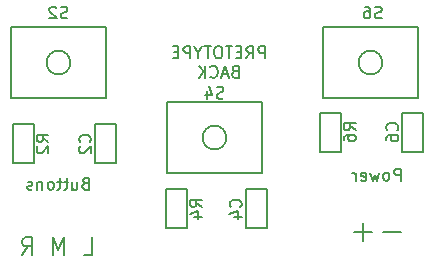
<source format=gbr>
G04 #@! TF.GenerationSoftware,KiCad,Pcbnew,(5.1.4)-1*
G04 #@! TF.CreationDate,2019-11-04T21:22:20-05:00*
G04 #@! TF.ProjectId,ButtonBoard,42757474-6f6e-4426-9f61-72642e6b6963,rev?*
G04 #@! TF.SameCoordinates,Original*
G04 #@! TF.FileFunction,Legend,Bot*
G04 #@! TF.FilePolarity,Positive*
%FSLAX46Y46*%
G04 Gerber Fmt 4.6, Leading zero omitted, Abs format (unit mm)*
G04 Created by KiCad (PCBNEW (5.1.4)-1) date 2019-11-04 21:22:20*
%MOMM*%
%LPD*%
G04 APERTURE LIST*
%ADD10C,0.150000*%
%ADD11C,0.127000*%
G04 APERTURE END LIST*
D10*
X17480952Y372619D02*
X17480952Y1372619D01*
X17100000Y1372619D01*
X17004761Y1325000D01*
X16957142Y1277380D01*
X16909523Y1182142D01*
X16909523Y1039285D01*
X16957142Y944047D01*
X17004761Y896428D01*
X17100000Y848809D01*
X17480952Y848809D01*
X15909523Y372619D02*
X16242857Y848809D01*
X16480952Y372619D02*
X16480952Y1372619D01*
X16099999Y1372619D01*
X16004761Y1325000D01*
X15957142Y1277380D01*
X15909523Y1182142D01*
X15909523Y1039285D01*
X15957142Y944047D01*
X16004761Y896428D01*
X16099999Y848809D01*
X16480952Y848809D01*
X15480952Y896428D02*
X15147619Y896428D01*
X15004761Y372619D02*
X15480952Y372619D01*
X15480952Y1372619D01*
X15004761Y1372619D01*
X14719047Y1372619D02*
X14147619Y1372619D01*
X14433333Y372619D02*
X14433333Y1372619D01*
X13623809Y1372619D02*
X13433333Y1372619D01*
X13338095Y1325000D01*
X13242857Y1229761D01*
X13195238Y1039285D01*
X13195238Y705952D01*
X13242857Y515476D01*
X13338095Y420238D01*
X13433333Y372619D01*
X13623809Y372619D01*
X13719047Y420238D01*
X13814285Y515476D01*
X13861904Y705952D01*
X13861904Y1039285D01*
X13814285Y1229761D01*
X13719047Y1325000D01*
X13623809Y1372619D01*
X12909523Y1372619D02*
X12338095Y1372619D01*
X12623809Y372619D02*
X12623809Y1372619D01*
X11814285Y848809D02*
X11814285Y372619D01*
X12147619Y1372619D02*
X11814285Y848809D01*
X11480952Y1372619D01*
X11147619Y372619D02*
X11147619Y1372619D01*
X10766666Y1372619D01*
X10671428Y1325000D01*
X10623809Y1277380D01*
X10576190Y1182142D01*
X10576190Y1039285D01*
X10623809Y944047D01*
X10671428Y896428D01*
X10766666Y848809D01*
X11147619Y848809D01*
X10147619Y896428D02*
X9814285Y896428D01*
X9671428Y372619D02*
X10147619Y372619D01*
X10147619Y1372619D01*
X9671428Y1372619D01*
X14957142Y-753571D02*
X14814285Y-801190D01*
X14766666Y-848809D01*
X14719047Y-944047D01*
X14719047Y-1086904D01*
X14766666Y-1182142D01*
X14814285Y-1229761D01*
X14909523Y-1277380D01*
X15290476Y-1277380D01*
X15290476Y-277380D01*
X14957142Y-277380D01*
X14861904Y-325000D01*
X14814285Y-372619D01*
X14766666Y-467857D01*
X14766666Y-563095D01*
X14814285Y-658333D01*
X14861904Y-705952D01*
X14957142Y-753571D01*
X15290476Y-753571D01*
X14338095Y-991666D02*
X13861904Y-991666D01*
X14433333Y-1277380D02*
X14100000Y-277380D01*
X13766666Y-1277380D01*
X12861904Y-1182142D02*
X12909523Y-1229761D01*
X13052380Y-1277380D01*
X13147619Y-1277380D01*
X13290476Y-1229761D01*
X13385714Y-1134523D01*
X13433333Y-1039285D01*
X13480952Y-848809D01*
X13480952Y-705952D01*
X13433333Y-515476D01*
X13385714Y-420238D01*
X13290476Y-325000D01*
X13147619Y-277380D01*
X13052380Y-277380D01*
X12909523Y-325000D01*
X12861904Y-372619D01*
X12433333Y-1277380D02*
X12433333Y-277380D01*
X11861904Y-1277380D02*
X12290476Y-705952D01*
X11861904Y-277380D02*
X12433333Y-848809D01*
X-3064285Y-16278571D02*
X-2564285Y-15564285D01*
X-2207142Y-16278571D02*
X-2207142Y-14778571D01*
X-2778571Y-14778571D01*
X-2921428Y-14850000D01*
X-2992857Y-14921428D01*
X-3064285Y-15064285D01*
X-3064285Y-15278571D01*
X-2992857Y-15421428D01*
X-2921428Y-15492857D01*
X-2778571Y-15564285D01*
X-2207142Y-15564285D01*
X500000Y-16278571D02*
X500000Y-14778571D01*
X0Y-15850000D01*
X-500000Y-14778571D01*
X-500000Y-16278571D01*
X2135714Y-16278571D02*
X2850000Y-16278571D01*
X2850000Y-14778571D01*
X28961904Y-14342857D02*
X27438095Y-14342857D01*
X26561904Y-14342857D02*
X25038095Y-14342857D01*
X25800000Y-15104761D02*
X25800000Y-13580952D01*
D11*
X3111000Y-5238000D02*
X3111000Y-8540000D01*
X4889000Y-5238000D02*
X3111000Y-5238000D01*
X4889000Y-8540000D02*
X4889000Y-5238000D01*
X3111000Y-8540000D02*
X4889000Y-8540000D01*
X15861000Y-10738000D02*
X15861000Y-14040000D01*
X17639000Y-10738000D02*
X15861000Y-10738000D01*
X17639000Y-14040000D02*
X17639000Y-10738000D01*
X15861000Y-14040000D02*
X17639000Y-14040000D01*
X29111000Y-7540000D02*
X30889000Y-7540000D01*
X30889000Y-7540000D02*
X30889000Y-4238000D01*
X30889000Y-4238000D02*
X29111000Y-4238000D01*
X29111000Y-4238000D02*
X29111000Y-7540000D01*
X-2111000Y-8540000D02*
X-2111000Y-5238000D01*
X-3889000Y-8540000D02*
X-2111000Y-8540000D01*
X-3889000Y-5238000D02*
X-3889000Y-8540000D01*
X-2111000Y-5238000D02*
X-3889000Y-5238000D01*
X10889000Y-10738000D02*
X9111000Y-10738000D01*
X9111000Y-10738000D02*
X9111000Y-14040000D01*
X9111000Y-14040000D02*
X10889000Y-14040000D01*
X10889000Y-14040000D02*
X10889000Y-10738000D01*
X23889000Y-7540000D02*
X23889000Y-4238000D01*
X22111000Y-7540000D02*
X23889000Y-7540000D01*
X22111000Y-4238000D02*
X22111000Y-7540000D01*
X23889000Y-4238000D02*
X22111000Y-4238000D01*
D10*
X4000000Y-3000000D02*
X4000000Y3000000D01*
X4000000Y3000000D02*
X-4000000Y3000000D01*
X-4000000Y3000000D02*
X-4000000Y-3000000D01*
X-4000000Y-3000000D02*
X4000000Y-3000000D01*
X1000000Y0D02*
G75*
G03X1000000Y0I-1000000J0D01*
G01*
X14208000Y-6350000D02*
G75*
G03X14208000Y-6350000I-1000000J0D01*
G01*
X9208000Y-9350000D02*
X17208000Y-9350000D01*
X9208000Y-3350000D02*
X9208000Y-9350000D01*
X17208000Y-3350000D02*
X9208000Y-3350000D01*
X17208000Y-9350000D02*
X17208000Y-3350000D01*
X30416000Y-3000000D02*
X30416000Y3000000D01*
X30416000Y3000000D02*
X22416000Y3000000D01*
X22416000Y3000000D02*
X22416000Y-3000000D01*
X22416000Y-3000000D02*
X30416000Y-3000000D01*
X27416000Y0D02*
G75*
G03X27416000Y0I-1000000J0D01*
G01*
X2261904Y-10228571D02*
X2119047Y-10276190D01*
X2071428Y-10323809D01*
X2023809Y-10419047D01*
X2023809Y-10561904D01*
X2071428Y-10657142D01*
X2119047Y-10704761D01*
X2214285Y-10752380D01*
X2595238Y-10752380D01*
X2595238Y-9752380D01*
X2261904Y-9752380D01*
X2166666Y-9800000D01*
X2119047Y-9847619D01*
X2071428Y-9942857D01*
X2071428Y-10038095D01*
X2119047Y-10133333D01*
X2166666Y-10180952D01*
X2261904Y-10228571D01*
X2595238Y-10228571D01*
X1166666Y-10085714D02*
X1166666Y-10752380D01*
X1595238Y-10085714D02*
X1595238Y-10609523D01*
X1547619Y-10704761D01*
X1452380Y-10752380D01*
X1309523Y-10752380D01*
X1214285Y-10704761D01*
X1166666Y-10657142D01*
X833333Y-10085714D02*
X452380Y-10085714D01*
X690476Y-9752380D02*
X690476Y-10609523D01*
X642857Y-10704761D01*
X547619Y-10752380D01*
X452380Y-10752380D01*
X261904Y-10085714D02*
X-119047Y-10085714D01*
X119047Y-9752380D02*
X119047Y-10609523D01*
X71428Y-10704761D01*
X-23809Y-10752380D01*
X-119047Y-10752380D01*
X-595238Y-10752380D02*
X-500000Y-10704761D01*
X-452380Y-10657142D01*
X-404761Y-10561904D01*
X-404761Y-10276190D01*
X-452380Y-10180952D01*
X-500000Y-10133333D01*
X-595238Y-10085714D01*
X-738095Y-10085714D01*
X-833333Y-10133333D01*
X-880952Y-10180952D01*
X-928571Y-10276190D01*
X-928571Y-10561904D01*
X-880952Y-10657142D01*
X-833333Y-10704761D01*
X-738095Y-10752380D01*
X-595238Y-10752380D01*
X-1357142Y-10085714D02*
X-1357142Y-10752380D01*
X-1357142Y-10180952D02*
X-1404761Y-10133333D01*
X-1500000Y-10085714D01*
X-1642857Y-10085714D01*
X-1738095Y-10133333D01*
X-1785714Y-10228571D01*
X-1785714Y-10752380D01*
X-2214285Y-10704761D02*
X-2309523Y-10752380D01*
X-2500000Y-10752380D01*
X-2595238Y-10704761D01*
X-2642857Y-10609523D01*
X-2642857Y-10561904D01*
X-2595238Y-10466666D01*
X-2500000Y-10419047D01*
X-2357142Y-10419047D01*
X-2261904Y-10371428D01*
X-2214285Y-10276190D01*
X-2214285Y-10228571D01*
X-2261904Y-10133333D01*
X-2357142Y-10085714D01*
X-2500000Y-10085714D01*
X-2595238Y-10133333D01*
X28976190Y-9992380D02*
X28976190Y-8992380D01*
X28595238Y-8992380D01*
X28500000Y-9040000D01*
X28452380Y-9087619D01*
X28404761Y-9182857D01*
X28404761Y-9325714D01*
X28452380Y-9420952D01*
X28500000Y-9468571D01*
X28595238Y-9516190D01*
X28976190Y-9516190D01*
X27833333Y-9992380D02*
X27928571Y-9944761D01*
X27976190Y-9897142D01*
X28023809Y-9801904D01*
X28023809Y-9516190D01*
X27976190Y-9420952D01*
X27928571Y-9373333D01*
X27833333Y-9325714D01*
X27690476Y-9325714D01*
X27595238Y-9373333D01*
X27547619Y-9420952D01*
X27500000Y-9516190D01*
X27500000Y-9801904D01*
X27547619Y-9897142D01*
X27595238Y-9944761D01*
X27690476Y-9992380D01*
X27833333Y-9992380D01*
X27166666Y-9325714D02*
X26976190Y-9992380D01*
X26785714Y-9516190D01*
X26595238Y-9992380D01*
X26404761Y-9325714D01*
X25642857Y-9944761D02*
X25738095Y-9992380D01*
X25928571Y-9992380D01*
X26023809Y-9944761D01*
X26071428Y-9849523D01*
X26071428Y-9468571D01*
X26023809Y-9373333D01*
X25928571Y-9325714D01*
X25738095Y-9325714D01*
X25642857Y-9373333D01*
X25595238Y-9468571D01*
X25595238Y-9563809D01*
X26071428Y-9659047D01*
X25166666Y-9992380D02*
X25166666Y-9325714D01*
X25166666Y-9516190D02*
X25119047Y-9420952D01*
X25071428Y-9373333D01*
X24976190Y-9325714D01*
X24880952Y-9325714D01*
X2657142Y-6722333D02*
X2704761Y-6674714D01*
X2752380Y-6531857D01*
X2752380Y-6436619D01*
X2704761Y-6293761D01*
X2609523Y-6198523D01*
X2514285Y-6150904D01*
X2323809Y-6103285D01*
X2180952Y-6103285D01*
X1990476Y-6150904D01*
X1895238Y-6198523D01*
X1800000Y-6293761D01*
X1752380Y-6436619D01*
X1752380Y-6531857D01*
X1800000Y-6674714D01*
X1847619Y-6722333D01*
X1847619Y-7103285D02*
X1800000Y-7150904D01*
X1752380Y-7246142D01*
X1752380Y-7484238D01*
X1800000Y-7579476D01*
X1847619Y-7627095D01*
X1942857Y-7674714D01*
X2038095Y-7674714D01*
X2180952Y-7627095D01*
X2752380Y-7055666D01*
X2752380Y-7674714D01*
X15407142Y-12222333D02*
X15454761Y-12174714D01*
X15502380Y-12031857D01*
X15502380Y-11936619D01*
X15454761Y-11793761D01*
X15359523Y-11698523D01*
X15264285Y-11650904D01*
X15073809Y-11603285D01*
X14930952Y-11603285D01*
X14740476Y-11650904D01*
X14645238Y-11698523D01*
X14550000Y-11793761D01*
X14502380Y-11936619D01*
X14502380Y-12031857D01*
X14550000Y-12174714D01*
X14597619Y-12222333D01*
X14835714Y-13079476D02*
X15502380Y-13079476D01*
X14454761Y-12841380D02*
X15169047Y-12603285D01*
X15169047Y-13222333D01*
X28657142Y-5722333D02*
X28704761Y-5674714D01*
X28752380Y-5531857D01*
X28752380Y-5436619D01*
X28704761Y-5293761D01*
X28609523Y-5198523D01*
X28514285Y-5150904D01*
X28323809Y-5103285D01*
X28180952Y-5103285D01*
X27990476Y-5150904D01*
X27895238Y-5198523D01*
X27800000Y-5293761D01*
X27752380Y-5436619D01*
X27752380Y-5531857D01*
X27800000Y-5674714D01*
X27847619Y-5722333D01*
X27752380Y-6579476D02*
X27752380Y-6389000D01*
X27800000Y-6293761D01*
X27847619Y-6246142D01*
X27990476Y-6150904D01*
X28180952Y-6103285D01*
X28561904Y-6103285D01*
X28657142Y-6150904D01*
X28704761Y-6198523D01*
X28752380Y-6293761D01*
X28752380Y-6484238D01*
X28704761Y-6579476D01*
X28657142Y-6627095D01*
X28561904Y-6674714D01*
X28323809Y-6674714D01*
X28228571Y-6627095D01*
X28180952Y-6579476D01*
X28133333Y-6484238D01*
X28133333Y-6293761D01*
X28180952Y-6198523D01*
X28228571Y-6150904D01*
X28323809Y-6103285D01*
X-847619Y-6722333D02*
X-1323809Y-6389000D01*
X-847619Y-6150904D02*
X-1847619Y-6150904D01*
X-1847619Y-6531857D01*
X-1800000Y-6627095D01*
X-1752380Y-6674714D01*
X-1657142Y-6722333D01*
X-1514285Y-6722333D01*
X-1419047Y-6674714D01*
X-1371428Y-6627095D01*
X-1323809Y-6531857D01*
X-1323809Y-6150904D01*
X-1752380Y-7103285D02*
X-1800000Y-7150904D01*
X-1847619Y-7246142D01*
X-1847619Y-7484238D01*
X-1800000Y-7579476D01*
X-1752380Y-7627095D01*
X-1657142Y-7674714D01*
X-1561904Y-7674714D01*
X-1419047Y-7627095D01*
X-847619Y-7055666D01*
X-847619Y-7674714D01*
X12152380Y-12222333D02*
X11676190Y-11889000D01*
X12152380Y-11650904D02*
X11152380Y-11650904D01*
X11152380Y-12031857D01*
X11200000Y-12127095D01*
X11247619Y-12174714D01*
X11342857Y-12222333D01*
X11485714Y-12222333D01*
X11580952Y-12174714D01*
X11628571Y-12127095D01*
X11676190Y-12031857D01*
X11676190Y-11650904D01*
X11485714Y-13079476D02*
X12152380Y-13079476D01*
X11104761Y-12841380D02*
X11819047Y-12603285D01*
X11819047Y-13222333D01*
X25152380Y-5722333D02*
X24676190Y-5389000D01*
X25152380Y-5150904D02*
X24152380Y-5150904D01*
X24152380Y-5531857D01*
X24200000Y-5627095D01*
X24247619Y-5674714D01*
X24342857Y-5722333D01*
X24485714Y-5722333D01*
X24580952Y-5674714D01*
X24628571Y-5627095D01*
X24676190Y-5531857D01*
X24676190Y-5150904D01*
X24152380Y-6579476D02*
X24152380Y-6389000D01*
X24200000Y-6293761D01*
X24247619Y-6246142D01*
X24390476Y-6150904D01*
X24580952Y-6103285D01*
X24961904Y-6103285D01*
X25057142Y-6150904D01*
X25104761Y-6198523D01*
X25152380Y-6293761D01*
X25152380Y-6484238D01*
X25104761Y-6579476D01*
X25057142Y-6627095D01*
X24961904Y-6674714D01*
X24723809Y-6674714D01*
X24628571Y-6627095D01*
X24580952Y-6579476D01*
X24533333Y-6484238D01*
X24533333Y-6293761D01*
X24580952Y-6198523D01*
X24628571Y-6150904D01*
X24723809Y-6103285D01*
X761904Y3795238D02*
X619047Y3747619D01*
X380952Y3747619D01*
X285714Y3795238D01*
X238095Y3842857D01*
X190476Y3938095D01*
X190476Y4033333D01*
X238095Y4128571D01*
X285714Y4176190D01*
X380952Y4223809D01*
X571428Y4271428D01*
X666666Y4319047D01*
X714285Y4366666D01*
X761904Y4461904D01*
X761904Y4557142D01*
X714285Y4652380D01*
X666666Y4700000D01*
X571428Y4747619D01*
X333333Y4747619D01*
X190476Y4700000D01*
X-190476Y4652380D02*
X-238095Y4700000D01*
X-333333Y4747619D01*
X-571428Y4747619D01*
X-666666Y4700000D01*
X-714285Y4652380D01*
X-761904Y4557142D01*
X-761904Y4461904D01*
X-714285Y4319047D01*
X-142857Y3747619D01*
X-761904Y3747619D01*
X13961904Y-3004761D02*
X13819047Y-3052380D01*
X13580952Y-3052380D01*
X13485714Y-3004761D01*
X13438095Y-2957142D01*
X13390476Y-2861904D01*
X13390476Y-2766666D01*
X13438095Y-2671428D01*
X13485714Y-2623809D01*
X13580952Y-2576190D01*
X13771428Y-2528571D01*
X13866666Y-2480952D01*
X13914285Y-2433333D01*
X13961904Y-2338095D01*
X13961904Y-2242857D01*
X13914285Y-2147619D01*
X13866666Y-2100000D01*
X13771428Y-2052380D01*
X13533333Y-2052380D01*
X13390476Y-2100000D01*
X12533333Y-2385714D02*
X12533333Y-3052380D01*
X12771428Y-2004761D02*
X13009523Y-2719047D01*
X12390476Y-2719047D01*
X27361904Y3795238D02*
X27219047Y3747619D01*
X26980952Y3747619D01*
X26885714Y3795238D01*
X26838095Y3842857D01*
X26790476Y3938095D01*
X26790476Y4033333D01*
X26838095Y4128571D01*
X26885714Y4176190D01*
X26980952Y4223809D01*
X27171428Y4271428D01*
X27266666Y4319047D01*
X27314285Y4366666D01*
X27361904Y4461904D01*
X27361904Y4557142D01*
X27314285Y4652380D01*
X27266666Y4700000D01*
X27171428Y4747619D01*
X26933333Y4747619D01*
X26790476Y4700000D01*
X25933333Y4747619D02*
X26123809Y4747619D01*
X26219047Y4700000D01*
X26266666Y4652380D01*
X26361904Y4509523D01*
X26409523Y4319047D01*
X26409523Y3938095D01*
X26361904Y3842857D01*
X26314285Y3795238D01*
X26219047Y3747619D01*
X26028571Y3747619D01*
X25933333Y3795238D01*
X25885714Y3842857D01*
X25838095Y3938095D01*
X25838095Y4176190D01*
X25885714Y4271428D01*
X25933333Y4319047D01*
X26028571Y4366666D01*
X26219047Y4366666D01*
X26314285Y4319047D01*
X26361904Y4271428D01*
X26409523Y4176190D01*
M02*

</source>
